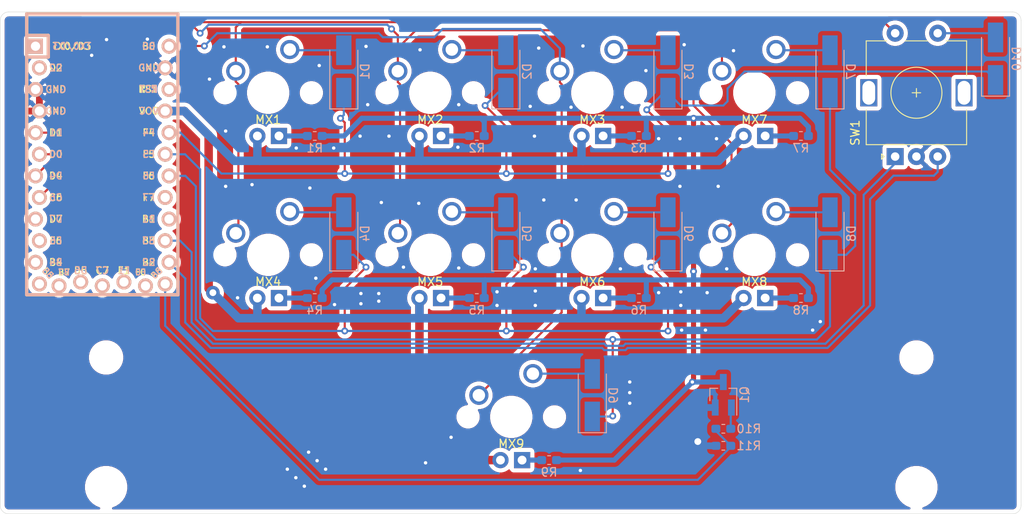
<source format=kicad_pcb>
(kicad_pcb (version 20171130) (host pcbnew "(5.1.6)-1")
  (layers (0 F.Cu signal) (31 B.Cu signal) (35 F.Paste user) (36 B.SilkS user) (37 F.SilkS user) (38 B.Mask user) (39 F.Mask user) (44 Edge.Cuts user))
  (net 0 "")
  (net 1 "Net-(D1-Pad2)")
  (net 2 R0)
  (net 3 "Net-(D2-Pad2)")
  (net 4 "Net-(D3-Pad2)")
  (net 5 "Net-(D4-Pad2)")
  (net 6 R1)
  (net 7 "Net-(D5-Pad2)")
  (net 8 "Net-(D6-Pad2)")
  (net 9 "Net-(D7-Pad2)")
  (net 10 R2)
  (net 11 "Net-(D8-Pad2)")
  (net 12 "Net-(D9-Pad2)")
  (net 13 "Net-(MX1-Pad4)")
  (net 14 +5V)
  (net 15 C0)
  (net 16 "Net-(MX2-Pad4)")
  (net 17 C1)
  (net 18 "Net-(MX3-Pad4)")
  (net 19 C2)
  (net 20 "Net-(MX4-Pad4)")
  (net 21 "Net-(MX5-Pad4)")
  (net 22 "Net-(MX6-Pad4)")
  (net 23 "Net-(MX7-Pad4)")
  (net 24 "Net-(MX8-Pad4)")
  (net 25 "Net-(MX9-Pad4)")
  (net 26 "Net-(Q1-Pad3)")
  (net 27 GND)
  (net 28 "Net-(Q1-Pad1)")
  (net 29 backlight)
  (net 30 "Net-(U1-Pad25)")
  (net 31 "Net-(U1-Pad26)")
  (net 32 "Net-(U1-Pad27)")
  (net 33 "Net-(U1-Pad28)")
  (net 34 "Net-(U1-Pad29)")
  (net 35 "Net-(U1-Pad24)")
  (net 36 "Net-(U1-Pad12)")
  (net 37 "Net-(U1-Pad22)")
  (net 38 "Net-(U1-Pad17)")
  (net 39 "Net-(U1-Pad16)")
  (net 40 "Net-(U1-Pad11)")
  (net 41 "Net-(U1-Pad10)")
  (net 42 "Net-(U1-Pad9)")
  (net 43 "Net-(U1-Pad2)")
  (net 44 "Net-(U1-Pad1)")
  (net 45 "Net-(D10-Pad2)")
  (net 46 C3)
  (net 47 ENC_B)
  (net 48 ENC_A)
  (module Ai03-MX:MXOnly-6U-Centered (layer F.Cu) (at 219.075 101.6)
    (fp_text reference MX9 (at 0 3.175) (layer F.SilkS))
    (fp_text value MX-LED)
    (pad "" np_thru_hole circle (at 47.625 8.255) (size 3.9878 3.9878) (drill 3.9878) (layers *.Cu *.Mask))
    (pad "" np_thru_hole circle (at -47.625 8.255) (size 3.9878 3.9878) (drill 3.9878) (layers *.Cu *.Mask))
    (pad "" np_thru_hole circle (at 47.625 -6.985) (size 3.048 3.048) (drill 3.048) (layers *.Cu *.Mask))
    (pad "" np_thru_hole circle (at -47.625 -6.985) (size 3.048 3.048) (drill 3.048) (layers *.Cu *.Mask))
    (pad "" np_thru_hole circle (at 5.08 0 48.0996) (size 1.75 1.75) (drill 1.75) (layers *.Cu *.Mask))
    (pad "" np_thru_hole circle (at -5.08 0 48.0996) (size 1.75 1.75) (drill 1.75) (layers *.Cu *.Mask))
    (pad 3 thru_hole circle (at -1.27 5.08) (size 1.905 1.905) (drill 1.04) (layers *.Cu B.Mask) (net 14 +5V))
    (pad 4 thru_hole rect (at 1.27 5.08) (size 1.905 1.905) (drill 1.04) (layers *.Cu B.Mask) (net 25 "Net-(MX9-Pad4)"))
    (pad 1 thru_hole circle (at -3.81 -2.54) (size 2.25 2.25) (drill 1.47) (layers *.Cu B.Mask) (net 19 C2))
    (pad "" np_thru_hole circle (at 0 0) (size 3.9878 3.9878) (drill 3.9878) (layers *.Cu *.Mask))
    (pad 2 thru_hole circle (at 2.54 -5.08) (size 2.25 2.25) (drill 1.47) (layers *.Cu B.Mask) (net 12 "Net-(D9-Pad2)"))
  )
  (module Keebio-Parts:RotaryEncoder_Alps_EC11E-Switch_Vertical_H20mm (layer F.Cu) (at 266.7 63.5 90)
    (fp_text reference SW1 (at -4.7 -7.2 90) (layer F.SilkS))
    (fp_text value Rotary_Encoder_Switch)
    (pad S1 thru_hole circle (at 7 2.5 90) (size 2 2) (drill 1) (layers *.Cu *.Mask) (net 45 "Net-(D10-Pad2)"))
    (pad S2 thru_hole circle (at 7 -2.5 90) (size 2 2) (drill 1) (layers *.Cu *.Mask) (net 46 C3))
    (pad MP thru_hole rect (at 0 5.6 90) (size 3.2 2) (drill oval 2.8 1.5) (layers *.Cu *.Mask))
    (pad MP thru_hole rect (at 0 -5.6 90) (size 3.2 2) (drill oval 2.8 1.5) (layers *.Cu *.Mask))
    (pad B thru_hole circle (at -7.5 2.5 90) (size 2 2) (drill 1) (layers *.Cu *.Mask) (net 47 ENC_B))
    (pad C thru_hole circle (at -7.5 0 90) (size 2 2) (drill 1) (layers *.Cu *.Mask) (net 27 GND))
    (pad A thru_hole rect (at -7.5 -2.5 90) (size 2 2) (drill 1) (layers *.Cu *.Mask) (net 48 ENC_A))
  )
  (module Diode_SMD:D_SMA_Handsoldering (layer B.Cu) (at 276 59.5 90)
    (fp_text reference D10 (at 0 2.5 90) (layer B.SilkS) (effects (justify mirror)))
    (fp_text value D_Small)
    (pad 2 smd rect (at 2.5 0 90) (size 3.5 1.8) (layers B.Cu B.Paste B.Mask) (net 45 "Net-(D10-Pad2)"))
    (pad 1 smd rect (at -2.5 0 90) (size 3.5 1.8) (layers B.Cu B.Paste B.Mask) (net 2 R0))
  )
  (module Personal_Graphics:kiwi12.5mm (layer F.Cu) (at 270.05 82.5)
    (fp_text reference G*** hide)
    (fp_text value LOGO hide)
  )
  (module Personal_Graphics:kiwi12.5mm (layer B.Cu) (at 266.05 82.5 180)
    (fp_text reference G*** hide)
    (fp_text value LOGO hide)
  )
  (module Ai03-MX:MXOnly-1U (layer F.Cu) (at 190.5 82.55)
    (fp_text reference MX4 (at 0 3.175) (layer F.SilkS))
    (fp_text value MX-LED)
    (pad 2 thru_hole circle (at 2.54 -5.08) (size 2.25 2.25) (drill 1.47) (layers *.Cu B.Mask) (net 5 "Net-(D4-Pad2)"))
    (pad "" np_thru_hole circle (at 0 0) (size 3.9878 3.9878) (drill 3.9878) (layers *.Cu *.Mask))
    (pad 1 thru_hole circle (at -3.81 -2.54) (size 2.25 2.25) (drill 1.47) (layers *.Cu B.Mask) (net 15 C0))
    (pad 3 thru_hole circle (at -1.27 5.08) (size 1.905 1.905) (drill 1.04) (layers *.Cu B.Mask) (net 14 +5V))
    (pad 4 thru_hole rect (at 1.27 5.08) (size 1.905 1.905) (drill 1.04) (layers *.Cu B.Mask) (net 20 "Net-(MX4-Pad4)"))
    (pad "" np_thru_hole circle (at -5.08 0 48.0996) (size 1.75 1.75) (drill 1.75) (layers *.Cu *.Mask))
    (pad "" np_thru_hole circle (at 5.08 0 48.0996) (size 1.75 1.75) (drill 1.75) (layers *.Cu *.Mask))
  )
  (module Resistor_SMD:R_0603_1608Metric_Pad1.05x0.95mm_HandSolder (layer B.Cu) (at 244 105)
    (fp_text reference R11 (at 3 0) (layer B.SilkS) (effects (justify mirror)))
    (fp_text value 10k)
    (pad 2 smd roundrect (at 0.875 0) (size 1.05 0.95) (layers B.Cu B.Paste B.Mask) (net 29 backlight))
    (pad 1 smd roundrect (at -0.875 0) (size 1.05 0.95) (layers B.Cu B.Paste B.Mask) (net 27 GND))
  )
  (module Resistor_SMD:R_0603_1608Metric_Pad1.05x0.95mm_HandSolder (layer B.Cu) (at 244 103 180)
    (fp_text reference R10 (at -3 0) (layer B.SilkS) (effects (justify mirror)))
    (fp_text value 1k)
    (pad 2 smd roundrect (at 0.875 0 180) (size 1.05 0.95) (layers B.Cu B.Paste B.Mask) (net 29 backlight))
    (pad 1 smd roundrect (at -0.875 0 180) (size 1.05 0.95) (layers B.Cu B.Paste B.Mask) (net 28 "Net-(Q1-Pad1)"))
  )
  (module Resistor_SMD:R_0603_1608Metric_Pad1.05x0.95mm_HandSolder (layer B.Cu) (at 223.52 106.68)
    (fp_text reference R9 (at 0 1.43) (layer B.SilkS) (effects (justify mirror)))
    (fp_text value R_Small)
    (pad 2 smd roundrect (at 0.875 0) (size 1.05 0.95) (layers B.Cu B.Paste B.Mask) (net 26 "Net-(Q1-Pad3)"))
    (pad 1 smd roundrect (at -0.875 0) (size 1.05 0.95) (layers B.Cu B.Paste B.Mask) (net 25 "Net-(MX9-Pad4)"))
  )
  (module Resistor_SMD:R_0603_1608Metric_Pad1.05x0.95mm_HandSolder (layer B.Cu) (at 253.125 87.63)
    (fp_text reference R8 (at 0 1.43) (layer B.SilkS) (effects (justify mirror)))
    (fp_text value R_Small)
    (pad 1 smd roundrect (at -0.875 0) (size 1.05 0.95) (layers B.Cu B.Paste B.Mask) (net 24 "Net-(MX8-Pad4)"))
    (pad 2 smd roundrect (at 0.875 0) (size 1.05 0.95) (layers B.Cu B.Paste B.Mask) (net 26 "Net-(Q1-Pad3)"))
  )
  (module Resistor_SMD:R_0603_1608Metric_Pad1.05x0.95mm_HandSolder (layer B.Cu) (at 234.075 87.63)
    (fp_text reference R6 (at 0 1.43) (layer B.SilkS) (effects (justify mirror)))
    (fp_text value R_Small)
    (pad 1 smd roundrect (at -0.875 0) (size 1.05 0.95) (layers B.Cu B.Paste B.Mask) (net 22 "Net-(MX6-Pad4)"))
    (pad 2 smd roundrect (at 0.875 0) (size 1.05 0.95) (layers B.Cu B.Paste B.Mask) (net 26 "Net-(Q1-Pad3)"))
  )
  (module Resistor_SMD:R_0603_1608Metric_Pad1.05x0.95mm_HandSolder (layer B.Cu) (at 215.025 87.63)
    (fp_text reference R5 (at 0 1.43) (layer B.SilkS) (effects (justify mirror)))
    (fp_text value R_Small)
    (pad 1 smd roundrect (at -0.875 0) (size 1.05 0.95) (layers B.Cu B.Paste B.Mask) (net 21 "Net-(MX5-Pad4)"))
    (pad 2 smd roundrect (at 0.875 0) (size 1.05 0.95) (layers B.Cu B.Paste B.Mask) (net 26 "Net-(Q1-Pad3)"))
  )
  (module Resistor_SMD:R_0603_1608Metric_Pad1.05x0.95mm_HandSolder (layer B.Cu) (at 195.975 87.63)
    (fp_text reference R4 (at 0 1.43) (layer B.SilkS) (effects (justify mirror)))
    (fp_text value R_Small)
    (pad 1 smd roundrect (at -0.875 0) (size 1.05 0.95) (layers B.Cu B.Paste B.Mask) (net 20 "Net-(MX4-Pad4)"))
    (pad 2 smd roundrect (at 0.875 0) (size 1.05 0.95) (layers B.Cu B.Paste B.Mask) (net 26 "Net-(Q1-Pad3)"))
  )
  (module Resistor_SMD:R_0603_1608Metric_Pad1.05x0.95mm_HandSolder (layer B.Cu) (at 253.125 68.58)
    (fp_text reference R7 (at 0 1.43) (layer B.SilkS) (effects (justify mirror)))
    (fp_text value R_Small)
    (pad 1 smd roundrect (at -0.875 0) (size 1.05 0.95) (layers B.Cu B.Paste B.Mask) (net 23 "Net-(MX7-Pad4)"))
    (pad 2 smd roundrect (at 0.875 0) (size 1.05 0.95) (layers B.Cu B.Paste B.Mask) (net 26 "Net-(Q1-Pad3)"))
  )
  (module Resistor_SMD:R_0603_1608Metric_Pad1.05x0.95mm_HandSolder (layer B.Cu) (at 234.075 68.58)
    (fp_text reference R3 (at 0 1.43) (layer B.SilkS) (effects (justify mirror)))
    (fp_text value R_Small)
    (pad 1 smd roundrect (at -0.875 0) (size 1.05 0.95) (layers B.Cu B.Paste B.Mask) (net 18 "Net-(MX3-Pad4)"))
    (pad 2 smd roundrect (at 0.875 0) (size 1.05 0.95) (layers B.Cu B.Paste B.Mask) (net 26 "Net-(Q1-Pad3)"))
  )
  (module Resistor_SMD:R_0603_1608Metric_Pad1.05x0.95mm_HandSolder (layer B.Cu) (at 215.025 68.58)
    (fp_text reference R2 (at 0 1.43) (layer B.SilkS) (effects (justify mirror)))
    (fp_text value R_Small)
    (pad 1 smd roundrect (at -0.875 0) (size 1.05 0.95) (layers B.Cu B.Paste B.Mask) (net 16 "Net-(MX2-Pad4)"))
    (pad 2 smd roundrect (at 0.875 0) (size 1.05 0.95) (layers B.Cu B.Paste B.Mask) (net 26 "Net-(Q1-Pad3)"))
  )
  (module Resistor_SMD:R_0603_1608Metric_Pad1.05x0.95mm_HandSolder (layer B.Cu) (at 195.975 68.58)
    (fp_text reference R1 (at 0 1.43) (layer B.SilkS) (effects (justify mirror)))
    (fp_text value R_Small)
    (pad 2 smd roundrect (at 0.875 0) (size 1.05 0.95) (layers B.Cu B.Paste B.Mask) (net 26 "Net-(Q1-Pad3)"))
    (pad 1 smd roundrect (at -0.875 0) (size 1.05 0.95) (layers B.Cu B.Paste B.Mask) (net 13 "Net-(MX1-Pad4)"))
  )
  (module Diode_SMD:D_SMA_Handsoldering (layer B.Cu) (at 256.54 80.05 90)
    (fp_text reference D8 (at 0 2.5 270) (layer B.SilkS) (effects (justify mirror)))
    (fp_text value D_Small)
    (pad 2 smd rect (at 2.5 0 90) (size 3.5 1.8) (layers B.Cu B.Paste B.Mask) (net 11 "Net-(D8-Pad2)"))
    (pad 1 smd rect (at -2.5 0 90) (size 3.5 1.8) (layers B.Cu B.Paste B.Mask) (net 10 R2))
  )
  (module Diode_SMD:D_SMA_Handsoldering (layer B.Cu) (at 237.49 80.05 90)
    (fp_text reference D6 (at 0 2.5 270) (layer B.SilkS) (effects (justify mirror)))
    (fp_text value D_Small)
    (pad 2 smd rect (at 2.5 0 90) (size 3.5 1.8) (layers B.Cu B.Paste B.Mask) (net 8 "Net-(D6-Pad2)"))
    (pad 1 smd rect (at -2.5 0 90) (size 3.5 1.8) (layers B.Cu B.Paste B.Mask) (net 6 R1))
  )
  (module Diode_SMD:D_SMA_Handsoldering (layer B.Cu) (at 218.44 80.05 90)
    (fp_text reference D5 (at 0 2.5 270) (layer B.SilkS) (effects (justify mirror)))
    (fp_text value D_Small)
    (pad 2 smd rect (at 2.5 0 90) (size 3.5 1.8) (layers B.Cu B.Paste B.Mask) (net 7 "Net-(D5-Pad2)"))
    (pad 1 smd rect (at -2.5 0 90) (size 3.5 1.8) (layers B.Cu B.Paste B.Mask) (net 6 R1))
  )
  (module Diode_SMD:D_SMA_Handsoldering (layer B.Cu) (at 199.39 80.05 90)
    (fp_text reference D4 (at 0 2.5 270) (layer B.SilkS) (effects (justify mirror)))
    (fp_text value D_Small)
    (pad 2 smd rect (at 2.5 0 90) (size 3.5 1.8) (layers B.Cu B.Paste B.Mask) (net 5 "Net-(D4-Pad2)"))
    (pad 1 smd rect (at -2.5 0 90) (size 3.5 1.8) (layers B.Cu B.Paste B.Mask) (net 6 R1))
  )
  (module Diode_SMD:D_SMA_Handsoldering (layer B.Cu) (at 256.54 61 90)
    (fp_text reference D7 (at 0 2.5 270) (layer B.SilkS) (effects (justify mirror)))
    (fp_text value D_Small)
    (pad 2 smd rect (at 2.5 0 90) (size 3.5 1.8) (layers B.Cu B.Paste B.Mask) (net 9 "Net-(D7-Pad2)"))
    (pad 1 smd rect (at -2.5 0 90) (size 3.5 1.8) (layers B.Cu B.Paste B.Mask) (net 10 R2))
  )
  (module Diode_SMD:D_SMA_Handsoldering (layer B.Cu) (at 237.49 61 90)
    (fp_text reference D3 (at 0 2.5 -90) (layer B.SilkS) (effects (justify mirror)))
    (fp_text value D_Small)
    (pad 2 smd rect (at 2.5 0 90) (size 3.5 1.8) (layers B.Cu B.Paste B.Mask) (net 4 "Net-(D3-Pad2)"))
    (pad 1 smd rect (at -2.5 0 90) (size 3.5 1.8) (layers B.Cu B.Paste B.Mask) (net 2 R0))
  )
  (module Diode_SMD:D_SMA_Handsoldering (layer B.Cu) (at 218.44 61 90)
    (fp_text reference D2 (at 0 2.5 270) (layer B.SilkS) (effects (justify mirror)))
    (fp_text value D_Small)
    (pad 2 smd rect (at 2.5 0 90) (size 3.5 1.8) (layers B.Cu B.Paste B.Mask) (net 3 "Net-(D2-Pad2)"))
    (pad 1 smd rect (at -2.5 0 90) (size 3.5 1.8) (layers B.Cu B.Paste B.Mask) (net 2 R0))
  )
  (module Diode_SMD:D_SMA_Handsoldering (layer B.Cu) (at 199.39 61 90)
    (fp_text reference D1 (at 0 2.5 270) (layer B.SilkS) (effects (justify mirror)))
    (fp_text value D_Small)
    (pad 1 smd rect (at -2.5 0 90) (size 3.5 1.8) (layers B.Cu B.Paste B.Mask) (net 2 R0))
    (pad 2 smd rect (at 2.5 0 90) (size 3.5 1.8) (layers B.Cu B.Paste B.Mask) (net 1 "Net-(D1-Pad2)"))
  )
  (module Ai03-MX:MXOnly-1U (layer F.Cu) (at 247.65 82.55)
    (fp_text reference MX8 (at 0 3.175) (layer F.SilkS))
    (fp_text value MX-LED)
    (pad 2 thru_hole circle (at 2.54 -5.08) (size 2.25 2.25) (drill 1.47) (layers *.Cu B.Mask) (net 11 "Net-(D8-Pad2)"))
    (pad "" np_thru_hole circle (at 0 0) (size 3.9878 3.9878) (drill 3.9878) (layers *.Cu *.Mask))
    (pad 1 thru_hole circle (at -3.81 -2.54) (size 2.25 2.25) (drill 1.47) (layers *.Cu B.Mask) (net 17 C1))
    (pad 3 thru_hole circle (at -1.27 5.08) (size 1.905 1.905) (drill 1.04) (layers *.Cu B.Mask) (net 14 +5V))
    (pad 4 thru_hole rect (at 1.27 5.08) (size 1.905 1.905) (drill 1.04) (layers *.Cu B.Mask) (net 24 "Net-(MX8-Pad4)"))
    (pad "" np_thru_hole circle (at -5.08 0 48.0996) (size 1.75 1.75) (drill 1.75) (layers *.Cu *.Mask))
    (pad "" np_thru_hole circle (at 5.08 0 48.0996) (size 1.75 1.75) (drill 1.75) (layers *.Cu *.Mask))
  )
  (module Ai03-MX:MXOnly-1U (layer F.Cu) (at 228.6 82.55)
    (fp_text reference MX6 (at 0 3.175) (layer F.SilkS))
    (fp_text value MX-LED)
    (pad 2 thru_hole circle (at 2.54 -5.08) (size 2.25 2.25) (drill 1.47) (layers *.Cu B.Mask) (net 8 "Net-(D6-Pad2)"))
    (pad "" np_thru_hole circle (at 0 0) (size 3.9878 3.9878) (drill 3.9878) (layers *.Cu *.Mask))
    (pad 1 thru_hole circle (at -3.81 -2.54) (size 2.25 2.25) (drill 1.47) (layers *.Cu B.Mask) (net 19 C2))
    (pad 3 thru_hole circle (at -1.27 5.08) (size 1.905 1.905) (drill 1.04) (layers *.Cu B.Mask) (net 14 +5V))
    (pad 4 thru_hole rect (at 1.27 5.08) (size 1.905 1.905) (drill 1.04) (layers *.Cu B.Mask) (net 22 "Net-(MX6-Pad4)"))
    (pad "" np_thru_hole circle (at -5.08 0 48.0996) (size 1.75 1.75) (drill 1.75) (layers *.Cu *.Mask))
    (pad "" np_thru_hole circle (at 5.08 0 48.0996) (size 1.75 1.75) (drill 1.75) (layers *.Cu *.Mask))
  )
  (module Ai03-MX:MXOnly-1U (layer F.Cu) (at 209.55 82.55)
    (fp_text reference MX5 (at 0 3.175) (layer F.SilkS))
    (fp_text value MX-LED)
    (pad 2 thru_hole circle (at 2.54 -5.08) (size 2.25 2.25) (drill 1.47) (layers *.Cu B.Mask) (net 7 "Net-(D5-Pad2)"))
    (pad "" np_thru_hole circle (at 0 0) (size 3.9878 3.9878) (drill 3.9878) (layers *.Cu *.Mask))
    (pad 1 thru_hole circle (at -3.81 -2.54) (size 2.25 2.25) (drill 1.47) (layers *.Cu B.Mask) (net 17 C1))
    (pad 3 thru_hole circle (at -1.27 5.08) (size 1.905 1.905) (drill 1.04) (layers *.Cu B.Mask) (net 14 +5V))
    (pad 4 thru_hole rect (at 1.27 5.08) (size 1.905 1.905) (drill 1.04) (layers *.Cu B.Mask) (net 21 "Net-(MX5-Pad4)"))
    (pad "" np_thru_hole circle (at -5.08 0 48.0996) (size 1.75 1.75) (drill 1.75) (layers *.Cu *.Mask))
    (pad "" np_thru_hole circle (at 5.08 0 48.0996) (size 1.75 1.75) (drill 1.75) (layers *.Cu *.Mask))
  )
  (module Ai03-MX:MXOnly-1U (layer F.Cu) (at 247.65 63.5)
    (fp_text reference MX7 (at 0 3.175) (layer F.SilkS))
    (fp_text value MX-LED)
    (pad 2 thru_hole circle (at 2.54 -5.08) (size 2.25 2.25) (drill 1.47) (layers *.Cu B.Mask) (net 9 "Net-(D7-Pad2)"))
    (pad "" np_thru_hole circle (at 0 0) (size 3.9878 3.9878) (drill 3.9878) (layers *.Cu *.Mask))
    (pad 1 thru_hole circle (at -3.81 -2.54) (size 2.25 2.25) (drill 1.47) (layers *.Cu B.Mask) (net 15 C0))
    (pad 3 thru_hole circle (at -1.27 5.08) (size 1.905 1.905) (drill 1.04) (layers *.Cu B.Mask) (net 14 +5V))
    (pad 4 thru_hole rect (at 1.27 5.08) (size 1.905 1.905) (drill 1.04) (layers *.Cu B.Mask) (net 23 "Net-(MX7-Pad4)"))
    (pad "" np_thru_hole circle (at -5.08 0 48.0996) (size 1.75 1.75) (drill 1.75) (layers *.Cu *.Mask))
    (pad "" np_thru_hole circle (at 5.08 0 48.0996) (size 1.75 1.75) (drill 1.75) (layers *.Cu *.Mask))
  )
  (module Ai03-MX:MXOnly-1U (layer F.Cu) (at 228.6 63.5)
    (fp_text reference MX3 (at 0 3.175) (layer F.SilkS))
    (fp_text value MX-LED)
    (pad 2 thru_hole circle (at 2.54 -5.08) (size 2.25 2.25) (drill 1.47) (layers *.Cu B.Mask) (net 4 "Net-(D3-Pad2)"))
    (pad "" np_thru_hole circle (at 0 0) (size 3.9878 3.9878) (drill 3.9878) (layers *.Cu *.Mask))
    (pad 1 thru_hole circle (at -3.81 -2.54) (size 2.25 2.25) (drill 1.47) (layers *.Cu B.Mask) (net 19 C2))
    (pad 3 thru_hole circle (at -1.27 5.08) (size 1.905 1.905) (drill 1.04) (layers *.Cu B.Mask) (net 14 +5V))
    (pad 4 thru_hole rect (at 1.27 5.08) (size 1.905 1.905) (drill 1.04) (layers *.Cu B.Mask) (net 18 "Net-(MX3-Pad4)"))
    (pad "" np_thru_hole circle (at -5.08 0 48.0996) (size 1.75 1.75) (drill 1.75) (layers *.Cu *.Mask))
    (pad "" np_thru_hole circle (at 5.08 0 48.0996) (size 1.75 1.75) (drill 1.75) (layers *.Cu *.Mask))
  )
  (module Ai03-MX:MXOnly-1U (layer F.Cu) (at 209.55 63.5)
    (fp_text reference MX2 (at 0 3.175) (layer F.SilkS))
    (fp_text value MX-LED)
    (pad 2 thru_hole circle (at 2.54 -5.08) (size 2.25 2.25) (drill 1.47) (layers *.Cu B.Mask) (net 3 "Net-(D2-Pad2)"))
    (pad "" np_thru_hole circle (at 0 0) (size 3.9878 3.9878) (drill 3.9878) (layers *.Cu *.Mask))
    (pad 1 thru_hole circle (at -3.81 -2.54) (size 2.25 2.25) (drill 1.47) (layers *.Cu B.Mask) (net 17 C1))
    (pad 3 thru_hole circle (at -1.27 5.08) (size 1.905 1.905) (drill 1.04) (layers *.Cu B.Mask) (net 14 +5V))
    (pad 4 thru_hole rect (at 1.27 5.08) (size 1.905 1.905) (drill 1.04) (layers *.Cu B.Mask) (net 16 "Net-(MX2-Pad4)"))
    (pad "" np_thru_hole circle (at -5.08 0 48.0996) (size 1.75 1.75) (drill 1.75) (layers *.Cu *.Mask))
    (pad "" np_thru_hole circle (at 5.08 0 48.0996) (size 1.75 1.75) (drill 1.75) (layers *.Cu *.Mask))
  )
  (module Keebio-Parts:Elite-C-ZigZag (layer F.Cu) (at 171 72 270)
    (fp_text reference U1 hide)
    (fp_text value Elite-C hide)
    (fp_text user D5 (at 12.4 2.54) (layer B.SilkS) (effects (font (size 0.8 0.8)) (justify mirror)))
    (fp_text user D5 (at 12.4 2.54) (layer F.SilkS) (effects (font (size 0.8 0.8))))
    (fp_text user F1 (at 12.4 -2.54) (layer F.SilkS) (effects (font (size 0.8 0.8))))
    (fp_text user F1 (at 12.4 -2.54) (layer B.SilkS) (effects (font (size 0.8 0.8)) (justify mirror)))
    (fp_text user C7 (at 12.4 0) (layer B.SilkS) (effects (font (size 0.8 0.8)) (justify mirror)))
    (fp_text user C7 (at 12.4 0) (layer F.SilkS) (effects (font (size 0.8 0.8))))
    (fp_text user B6 (at 12.7 -6.4 45 unlocked) (layer B.SilkS) (effects (font (size 0.7 0.7)) (justify mirror)))
    (fp_text user B6 (at 12.7 -6.4 45 unlocked) (layer F.SilkS) (effects (font (size 0.7 0.7))))
    (fp_text user F0 (at 12.6 -4.5) (layer F.SilkS) (effects (font (size 0.7 0.7))))
    (fp_text user F0 (at 12.6 -4.5) (layer B.SilkS) (effects (font (size 0.7 0.7)) (justify mirror)))
    (fp_text user B7 (at 12.6 4.5) (layer B.SilkS) (effects (font (size 0.7 0.7)) (justify mirror)))
    (fp_text user B7 (at 12.6 4.5) (layer F.SilkS) (effects (font (size 0.7 0.7))))
    (fp_text user ST (at -8.91 -5.04) (layer B.SilkS) (effects (font (size 0.8 0.8)) (justify mirror)))
    (fp_text user TX0/D3 (at -13.97 3.571872) (layer F.SilkS) (effects (font (size 0.8 0.8))))
    (fp_text user TX0/D3 (at -13.97 3.571872) (layer B.SilkS) (effects (font (size 0.8 0.8)) (justify mirror)))
    (fp_text user D2 (at -11.43 5.461) (layer F.SilkS) (effects (font (size 0.8 0.8))))
    (fp_text user D0 (at -1.27 5.461) (layer F.SilkS) (effects (font (size 0.8 0.8))))
    (fp_text user D1 (at -3.81 5.461) (layer F.SilkS) (effects (font (size 0.8 0.8))))
    (fp_text user GND (at -6.35 5.461) (layer F.SilkS) (effects (font (size 0.8 0.8))))
    (fp_text user GND (at -8.89 5.461) (layer F.SilkS) (effects (font (size 0.8 0.8))))
    (fp_text user D4 (at 1.27 5.461) (layer F.SilkS) (effects (font (size 0.8 0.8))))
    (fp_text user C6 (at 3.81 5.461) (layer F.SilkS) (effects (font (size 0.8 0.8))))
    (fp_text user D7 (at 6.35 5.461) (layer F.SilkS) (effects (font (size 0.8 0.8))))
    (fp_text user E6 (at 8.89 5.461) (layer F.SilkS) (effects (font (size 0.8 0.8))))
    (fp_text user B4 (at 11.43 5.461) (layer F.SilkS) (effects (font (size 0.8 0.8))))
    (fp_text user B5 (at 12.7 6.4 135) (layer F.SilkS) (effects (font (size 0.7 0.7))))
    (fp_text user B2 (at 11.43 -5.461) (layer B.SilkS) (effects (font (size 0.8 0.8)) (justify mirror)))
    (fp_text user B3 (at 8.89 -5.461) (layer F.SilkS) (effects (font (size 0.8 0.8))))
    (fp_text user B1 (at 6.35 -5.461) (layer F.SilkS) (effects (font (size 0.8 0.8))))
    (fp_text user F7 (at 3.81 -5.461) (layer B.SilkS) (effects (font (size 0.8 0.8)) (justify mirror)))
    (fp_text user F6 (at 1.27 -5.461) (layer B.SilkS) (effects (font (size 0.8 0.8)) (justify mirror)))
    (fp_text user F5 (at -1.27 -5.461) (layer B.SilkS) (effects (font (size 0.8 0.8)) (justify mirror)))
    (fp_text user F4 (at -3.81 -5.461) (layer F.SilkS) (effects (font (size 0.8 0.8))))
    (fp_text user VCC (at -6.35 -5.461) (layer F.SilkS) (effects (font (size 0.8 0.8))))
    (fp_text user ST (at -8.92 -5.73312) (layer F.SilkS) (effects (font (size 0.8 0.8))))
    (fp_text user GND (at -11.43 -5.461) (layer F.SilkS) (effects (font (size 0.8 0.8))))
    (fp_text user B0 (at -13.97 -5.461) (layer F.SilkS) (effects (font (size 0.8 0.8))))
    (fp_text user B0 (at -13.97 -5.461) (layer B.SilkS) (effects (font (size 0.8 0.8)) (justify mirror)))
    (fp_text user GND (at -11.43 -5.461) (layer B.SilkS) (effects (font (size 0.8 0.8)) (justify mirror)))
    (fp_text user VCC (at -6.35 -5.461) (layer B.SilkS) (effects (font (size 0.8 0.8)) (justify mirror)))
    (fp_text user F4 (at -3.81 -5.461) (layer B.SilkS) (effects (font (size 0.8 0.8)) (justify mirror)))
    (fp_text user F5 (at -1.27 -5.461) (layer F.SilkS) (effects (font (size 0.8 0.8))))
    (fp_text user F6 (at 1.27 -5.461) (layer F.SilkS) (effects (font (size 0.8 0.8))))
    (fp_text user F7 (at 3.81 -5.461) (layer F.SilkS) (effects (font (size 0.8 0.8))))
    (fp_text user B1 (at 6.35 -5.461) (layer B.SilkS) (effects (font (size 0.8 0.8)) (justify mirror)))
    (fp_text user B3 (at 8.89 -5.461) (layer B.SilkS) (effects (font (size 0.8 0.8)) (justify mirror)))
    (fp_text user B2 (at 11.43 -5.461) (layer F.SilkS) (effects (font (size 0.8 0.8))))
    (fp_text user B5 (at 12.7 6.4 135) (layer B.SilkS) (effects (font (size 0.7 0.7)) (justify mirror)))
    (fp_text user B4 (at 11.43 5.461) (layer B.SilkS) (effects (font (size 0.8 0.8)) (justify mirror)))
    (fp_text user E6 (at 8.89 5.461) (layer B.SilkS) (effects (font (size 0.8 0.8)) (justify mirror)))
    (fp_text user D7 (at 6.35 5.461) (layer B.SilkS) (effects (font (size 0.8 0.8)) (justify mirror)))
    (fp_text user C6 (at 3.81 5.461) (layer B.SilkS) (effects (font (size 0.8 0.8)) (justify mirror)))
    (fp_text user D4 (at 1.27 5.461) (layer B.SilkS) (effects (font (size 0.8 0.8)) (justify mirror)))
    (fp_text user GND (at -8.89 5.461) (layer B.SilkS) (effects (font (size 0.8 0.8)) (justify mirror)))
    (fp_text user GND (at -6.35 5.461) (layer B.SilkS) (effects (font (size 0.8 0.8)) (justify mirror)))
    (fp_text user D1 (at -3.81 5.461) (layer B.SilkS) (effects (font (size 0.8 0.8)) (justify mirror)))
    (fp_text user D0 (at -1.27 5.461) (layer B.SilkS) (effects (font (size 0.8 0.8)) (justify mirror)))
    (fp_text user D2 (at -11.43 5.461) (layer B.SilkS) (effects (font (size 0.8 0.8)) (justify mirror)))
    (pad 25 thru_hole circle (at 14.1986 5.08 270) (size 1.7526 1.7526) (drill 1.0922) (layers *.Cu *.SilkS *.Mask) (net 30 "Net-(U1-Pad25)"))
    (pad 26 thru_hole circle (at 13.7414 2.54 270) (size 1.7526 1.7526) (drill 1.0922) (layers *.Cu *.SilkS *.Mask) (net 31 "Net-(U1-Pad26)"))
    (pad 27 thru_hole circle (at 14.1986 0 270) (size 1.7526 1.7526) (drill 1.0922) (layers *.Cu *.SilkS *.Mask) (net 32 "Net-(U1-Pad27)"))
    (pad 28 thru_hole circle (at 13.7414 -2.54 270) (size 1.7526 1.7526) (drill 1.0922) (layers *.Cu *.SilkS *.Mask) (net 33 "Net-(U1-Pad28)"))
    (pad 29 thru_hole circle (at 14.1986 -5.08 270) (size 1.7526 1.7526) (drill 1.0922) (layers *.Cu *.SilkS *.Mask) (net 34 "Net-(U1-Pad29)"))
    (pad 24 thru_hole circle (at -13.97 -7.8486 270) (size 1.7526 1.7526) (drill 1.0922) (layers *.Cu *.SilkS *.Mask) (net 35 "Net-(U1-Pad24)"))
    (pad 12 thru_hole circle (at 13.97 7.3914 270) (size 1.7526 1.7526) (drill 1.0922) (layers *.Cu *.SilkS *.Mask) (net 36 "Net-(U1-Pad12)"))
    (pad 23 thru_hole circle (at -11.43 -7.3914 270) (size 1.7526 1.7526) (drill 1.0922) (layers *.Cu *.SilkS *.Mask) (net 27 GND))
    (pad 22 thru_hole circle (at -8.89 -7.8486 270) (size 1.7526 1.7526) (drill 1.0922) (layers *.Cu *.SilkS *.Mask) (net 37 "Net-(U1-Pad22)"))
    (pad 21 thru_hole circle (at -6.35 -7.3914 270) (size 1.7526 1.7526) (drill 1.0922) (layers *.Cu *.SilkS *.Mask) (net 14 +5V))
    (pad 20 thru_hole circle (at -3.81 -7.8486 270) (size 1.7526 1.7526) (drill 1.0922) (layers *.Cu *.SilkS *.Mask) (net 2 R0))
    (pad 19 thru_hole circle (at -1.27 -7.3914 270) (size 1.7526 1.7526) (drill 1.0922) (layers *.Cu *.SilkS *.Mask) (net 6 R1))
    (pad 18 thru_hole circle (at 1.27 -7.8486 270) (size 1.7526 1.7526) (drill 1.0922) (layers *.Cu *.SilkS *.Mask) (net 10 R2))
    (pad 17 thru_hole circle (at 3.81 -7.3914 270) (size 1.7526 1.7526) (drill 1.0922) (layers *.Cu *.SilkS *.Mask) (net 38 "Net-(U1-Pad17)"))
    (pad 16 thru_hole circle (at 6.35 -7.8486 270) (size 1.7526 1.7526) (drill 1.0922) (layers *.Cu *.SilkS *.Mask) (net 39 "Net-(U1-Pad16)"))
    (pad 15 thru_hole circle (at 8.89 -7.3914 270) (size 1.7526 1.7526) (drill 1.0922) (layers *.Cu *.SilkS *.Mask) (net 48 ENC_A))
    (pad 14 thru_hole circle (at 11.43 -7.8486 270) (size 1.7526 1.7526) (drill 1.0922) (layers *.Cu *.SilkS *.Mask) (net 47 ENC_B))
    (pad 13 thru_hole circle (at 13.97 -7.3914 270) (size 1.7526 1.7526) (drill 1.0922) (layers *.Cu *.SilkS *.Mask) (net 29 backlight))
    (pad 11 thru_hole circle (at 11.43 7.8486 270) (size 1.7526 1.7526) (drill 1.0922) (layers *.Cu *.SilkS *.Mask) (net 40 "Net-(U1-Pad11)"))
    (pad 10 thru_hole circle (at 8.89 7.3914 270) (size 1.7526 1.7526) (drill 1.0922) (layers *.Cu *.SilkS *.Mask) (net 41 "Net-(U1-Pad10)"))
    (pad 9 thru_hole circle (at 6.35 7.8486 270) (size 1.7526 1.7526) (drill 1.0922) (layers *.Cu *.SilkS *.Mask) (net 42 "Net-(U1-Pad9)"))
    (pad 8 thru_hole circle (at 3.81 7.3914 270) (size 1.7526 1.7526) (drill 1.0922) (layers *.Cu *.SilkS *.Mask) (net 19 C2))
    (pad 7 thru_hole circle (at 1.27 7.8486 270) (size 1.7526 1.7526) (drill 1.0922) (layers *.Cu *.SilkS *.Mask) (net 17 C1))
    (pad 6 thru_hole circle (at -1.27 7.3914 270) (size 1.7526 1.7526) (drill 1.0922) (layers *.Cu *.SilkS *.Mask) (net 15 C0))
    (pad 5 thru_hole circle (at -3.81 7.8486 270) (size 1.7526 1.7526) (drill 1.0922) (layers *.Cu *.SilkS *.Mask) (net 46 C3))
    (pad 4 thru_hole circle (at -6.35 7.3914 270) (size 1.7526 1.7526) (drill 1.0922) (layers *.Cu *.SilkS *.Mask) (net 27 GND))
    (pad 3 thru_hole circle (at -8.89 7.8486 270) (size 1.7526 1.7526) (drill 1.0922) (layers *.Cu *.SilkS *.Mask) (net 27 GND))
    (pad 2 thru_hole circle (at -11.43 7.3914 270) (size 1.7526 1.7526) (drill 1.0922) (layers *.Cu *.SilkS *.Mask) (net 43 "Net-(U1-Pad2)"))
    (pad 1 thru_hole rect (at -13.97 7.8486 270) (size 1.7526 1.7526) (drill 1.0922) (layers *.Cu *.SilkS *.Mask) (net 44 "Net-(U1-Pad1)"))
  )
  (module Package_TO_SOT_SMD:SOT-23_Handsoldering (layer B.Cu) (at 244 99 90)
    (fp_text reference Q1 (at 0 2.5 270) (layer B.SilkS) (effects (justify mirror)))
    (fp_text value Q_NMOS_GSD)
    (pad 3 smd rect (at 1.5 0 90) (size 1.9 0.8) (layers B.Cu B.Paste B.Mask) (net 26 "Net-(Q1-Pad3)"))
    (pad 2 smd rect (at -1.5 -0.95 90) (size 1.9 0.8) (layers B.Cu B.Paste B.Mask) (net 27 GND))
    (pad 1 smd rect (at -1.5 0.95 90) (size 1.9 0.8) (layers B.Cu B.Paste B.Mask) (net 28 "Net-(Q1-Pad1)"))
  )
  (module Ai03-MX:MXOnly-1U (layer F.Cu) (at 190.5 63.5)
    (fp_text reference MX1 (at 0 3.175) (layer F.SilkS))
    (fp_text value MX-LED)
    (pad "" np_thru_hole circle (at 5.08 0 48.0996) (size 1.75 1.75) (drill 1.75) (layers *.Cu *.Mask))
    (pad "" np_thru_hole circle (at -5.08 0 48.0996) (size 1.75 1.75) (drill 1.75) (layers *.Cu *.Mask))
    (pad 4 thru_hole rect (at 1.27 5.08) (size 1.905 1.905) (drill 1.04) (layers *.Cu B.Mask) (net 13 "Net-(MX1-Pad4)"))
    (pad 3 thru_hole circle (at -1.27 5.08) (size 1.905 1.905) (drill 1.04) (layers *.Cu B.Mask) (net 14 +5V))
    (pad 1 thru_hole circle (at -3.81 -2.54) (size 2.25 2.25) (drill 1.47) (layers *.Cu B.Mask) (net 15 C0))
    (pad "" np_thru_hole circle (at 0 0) (size 3.9878 3.9878) (drill 3.9878) (layers *.Cu *.Mask))
    (pad 2 thru_hole circle (at 2.54 -5.08) (size 2.25 2.25) (drill 1.47) (layers *.Cu B.Mask) (net 1 "Net-(D1-Pad2)"))
  )
  (module Diode_SMD:D_SMA_Handsoldering (layer B.Cu) (at 228.6 99.06 90)
    (fp_text reference D9 (at 0 2.5 270) (layer B.SilkS) (effects (justify mirror)))
    (fp_text value D_Small)
    (pad 2 smd rect (at 2.5 0 90) (size 3.5 1.8) (layers B.Cu B.Paste B.Mask) (net 12 "Net-(D9-Pad2)"))
    (pad 1 smd rect (at -2.5 0 90) (size 3.5 1.8) (layers B.Cu B.Paste B.Mask) (net 10 R2))
  )
  (gr_arc (start 160 55) (end 160 54) (angle -90) (layer Edge.Cuts) (width 0.05))
  (gr_arc (start 160 112) (end 159 112) (angle -90) (layer Edge.Cuts) (width 0.05))
  (gr_arc (start 278 112) (end 278 113) (angle -90) (layer Edge.Cuts) (width 0.05))
  (gr_arc (start 278 55) (end 279 55) (angle -90) (layer Edge.Cuts) (width 0.05))
  (gr_line (start 160 54) (end 278 54) (layer Edge.Cuts) (width 0.05))
  (gr_line (start 279 112) (end 279 55) (layer Edge.Cuts) (width 0.05))
  (gr_line (start 160 113) (end 278 113) (layer Edge.Cuts) (width 0.05))
  (gr_line (start 159 55) (end 159 112) (layer Edge.Cuts) (width 0.05))
  (segment (start 193.12 58.5) (end 193.04 58.42) (width 0.25) (layer B.Cu) (net 1))
  (segment (start 199.39 58.5) (end 193.12 58.5) (width 0.25) (layer B.Cu) (net 1))
  (via (at 199.5 73) (size 0.8) (drill 0.4) (layers F.Cu B.Cu) (net 2))
  (segment (start 199.39 72.89) (end 199.5 73) (width 0.25) (layer F.Cu) (net 2))
  (via (at 218.5 73) (size 0.8) (drill 0.4) (layers F.Cu B.Cu) (net 2))
  (segment (start 199.5 73) (end 218.5 73) (width 0.25) (layer B.Cu) (net 2))
  (segment (start 218.5 63.56) (end 218.44 63.5) (width 0.25) (layer F.Cu) (net 2))
  (via (at 237.5 73) (size 0.8) (drill 0.4) (layers F.Cu B.Cu) (net 2))
  (segment (start 218.5 73) (end 237.5 73) (width 0.25) (layer B.Cu) (net 2))
  (segment (start 199.5 73) (end 185 73) (width 0.25) (layer B.Cu) (net 2))
  (segment (start 180.19 68.19) (end 178.8486 68.19) (width 0.25) (layer B.Cu) (net 2))
  (segment (start 185 73) (end 180.19 68.19) (width 0.25) (layer B.Cu) (net 2))
  (via (at 199 66.5) (size 0.8) (drill 0.4) (layers F.Cu B.Cu) (net 2))
  (segment (start 199.39 63.5) (end 199.39 66.11) (width 0.25) (layer B.Cu) (net 2))
  (segment (start 199.39 66.11) (end 199 66.5) (width 0.25) (layer B.Cu) (net 2))
  (segment (start 199.5 67) (end 199.5 73) (width 0.25) (layer F.Cu) (net 2))
  (segment (start 199 66.5) (end 199.5 67) (width 0.25) (layer F.Cu) (net 2))
  (via (at 235 65.5) (size 0.8) (drill 0.4) (layers F.Cu B.Cu) (net 2))
  (segment (start 237.5 73) (end 237.5 68) (width 0.25) (layer F.Cu) (net 2))
  (segment (start 237.5 68) (end 235 65.5) (width 0.25) (layer F.Cu) (net 2))
  (segment (start 237 63.5) (end 237.49 63.5) (width 0.25) (layer B.Cu) (net 2))
  (segment (start 235 65.5) (end 237 63.5) (width 0.25) (layer B.Cu) (net 2))
  (via (at 216 65) (size 0.8) (drill 0.4) (layers F.Cu B.Cu) (net 2))
  (segment (start 218.44 63.5) (end 217.5 63.5) (width 0.25) (layer B.Cu) (net 2))
  (segment (start 217.5 63.5) (end 216 65) (width 0.25) (layer B.Cu) (net 2))
  (segment (start 218.5 67.5) (end 218.5 73) (width 0.25) (layer F.Cu) (net 2))
  (segment (start 216 65) (end 218.5 67.5) (width 0.25) (layer F.Cu) (net 2))
  (segment (start 244 65) (end 238.99 65) (width 0.25) (layer B.Cu) (net 2))
  (segment (start 275 61) (end 246.5 61) (width 0.25) (layer B.Cu) (net 2))
  (segment (start 246.5 61) (end 244.5 63) (width 0.25) (layer B.Cu) (net 2))
  (segment (start 276 62) (end 275 61) (width 0.25) (layer B.Cu) (net 2))
  (segment (start 238.99 65) (end 237.49 63.5) (width 0.25) (layer B.Cu) (net 2))
  (segment (start 244.5 64.5) (end 244 65) (width 0.25) (layer B.Cu) (net 2))
  (segment (start 244.5 63) (end 244.5 64.5) (width 0.25) (layer B.Cu) (net 2))
  (segment (start 212.17 58.5) (end 212.09 58.42) (width 0.25) (layer B.Cu) (net 3))
  (segment (start 218.44 58.5) (end 212.17 58.5) (width 0.25) (layer B.Cu) (net 3))
  (segment (start 231.22 58.5) (end 231.14 58.42) (width 0.25) (layer B.Cu) (net 4))
  (segment (start 237.49 58.5) (end 231.22 58.5) (width 0.25) (layer B.Cu) (net 4))
  (segment (start 193.12 77.55) (end 193.04 77.47) (width 0.25) (layer B.Cu) (net 5))
  (segment (start 199.39 77.55) (end 193.12 77.55) (width 0.25) (layer B.Cu) (net 5))
  (via (at 237.5 91.5) (size 0.8) (drill 0.4) (layers F.Cu B.Cu) (net 6))
  (segment (start 237.49 91.49) (end 237.5 91.5) (width 0.25) (layer F.Cu) (net 6))
  (segment (start 180.73 70.73) (end 178.3914 70.73) (width 0.25) (layer B.Cu) (net 6))
  (segment (start 182.5 72.5) (end 180.73 70.73) (width 0.25) (layer B.Cu) (net 6))
  (segment (start 182.5 90) (end 182.5 72.5) (width 0.25) (layer B.Cu) (net 6))
  (segment (start 184 91.5) (end 182.5 90) (width 0.25) (layer B.Cu) (net 6))
  (segment (start 199.5 91.5) (end 184 91.5) (width 0.25) (layer B.Cu) (net 6))
  (via (at 218.5 91.5) (size 0.8) (drill 0.4) (layers F.Cu B.Cu) (net 6))
  (segment (start 218.44 91.44) (end 218.5 91.5) (width 0.25) (layer F.Cu) (net 6))
  (segment (start 237.5 91.5) (end 218.5 91.5) (width 0.25) (layer B.Cu) (net 6))
  (segment (start 218.5 91.5) (end 199.5 91.5) (width 0.25) (layer B.Cu) (net 6))
  (via (at 235.5 84) (size 0.8) (drill 0.4) (layers F.Cu B.Cu) (net 6))
  (segment (start 237.49 82.55) (end 236.95 82.55) (width 0.25) (layer B.Cu) (net 6))
  (segment (start 236.95 82.55) (end 235.5 84) (width 0.25) (layer B.Cu) (net 6))
  (segment (start 237.5 86) (end 237.5 91.5) (width 0.25) (layer F.Cu) (net 6))
  (segment (start 235.5 84) (end 237.5 86) (width 0.25) (layer F.Cu) (net 6))
  (via (at 220.5 84) (size 0.8) (drill 0.4) (layers F.Cu B.Cu) (net 6))
  (segment (start 218.44 82.55) (end 219.05 82.55) (width 0.25) (layer B.Cu) (net 6))
  (segment (start 219.05 82.55) (end 220.5 84) (width 0.25) (layer B.Cu) (net 6))
  (segment (start 218.5 86) (end 218.5 91.5) (width 0.25) (layer F.Cu) (net 6))
  (segment (start 220.5 84) (end 218.5 86) (width 0.25) (layer F.Cu) (net 6))
  (via (at 202 84) (size 0.8) (drill 0.4) (layers F.Cu B.Cu) (net 6))
  (segment (start 199.39 82.55) (end 200.55 82.55) (width 0.25) (layer B.Cu) (net 6))
  (segment (start 200.55 82.55) (end 202 84) (width 0.25) (layer B.Cu) (net 6))
  (via (at 199.5 91.5) (size 0.8) (drill 0.4) (layers F.Cu B.Cu) (net 6))
  (segment (start 202 84) (end 199.5 86.5) (width 0.25) (layer F.Cu) (net 6))
  (segment (start 199.5 86.5) (end 199.5 91.5) (width 0.25) (layer F.Cu) (net 6))
  (segment (start 212.17 77.55) (end 212.09 77.47) (width 0.25) (layer B.Cu) (net 7))
  (segment (start 218.44 77.55) (end 212.17 77.55) (width 0.25) (layer B.Cu) (net 7))
  (segment (start 237.41 77.47) (end 237.49 77.39) (width 0.6) (layer B.Cu) (net 8))
  (segment (start 231.22 77.55) (end 231.14 77.47) (width 0.25) (layer B.Cu) (net 8))
  (segment (start 237.49 77.55) (end 231.22 77.55) (width 0.25) (layer B.Cu) (net 8))
  (segment (start 250.27 58.5) (end 250.19 58.42) (width 0.25) (layer B.Cu) (net 9))
  (segment (start 256.54 58.5) (end 250.27 58.5) (width 0.25) (layer B.Cu) (net 9))
  (segment (start 258.45 82.55) (end 259.5 81.5) (width 0.25) (layer B.Cu) (net 10))
  (segment (start 256.54 82.55) (end 258.45 82.55) (width 0.25) (layer B.Cu) (net 10))
  (segment (start 178.8486 73.27) (end 180.77 73.27) (width 0.25) (layer B.Cu) (net 10))
  (segment (start 180.77 73.27) (end 182 74.5) (width 0.25) (layer B.Cu) (net 10))
  (segment (start 182 90.13641) (end 184.36359 92.5) (width 0.25) (layer B.Cu) (net 10))
  (segment (start 182 74.5) (end 182 90.13641) (width 0.25) (layer B.Cu) (net 10))
  (segment (start 184.36359 92.5) (end 229.5 92.5) (width 0.25) (layer B.Cu) (net 10))
  (segment (start 229.5 92.5) (end 255 92.5) (width 0.25) (layer B.Cu) (net 10))
  (segment (start 256.54 90.96) (end 255 92.5) (width 0.25) (layer B.Cu) (net 10))
  (segment (start 256.54 82.55) (end 256.54 90.96) (width 0.25) (layer B.Cu) (net 10))
  (segment (start 256.54 72.54) (end 259.5 75.5) (width 0.25) (layer B.Cu) (net 10))
  (segment (start 256.54 63.5) (end 256.54 72.54) (width 0.25) (layer B.Cu) (net 10))
  (segment (start 259.5 81.5) (end 259.5 75.5) (width 0.25) (layer B.Cu) (net 10))
  (segment (start 228.6 101.56) (end 230.94 101.56) (width 0.25) (layer B.Cu) (net 10))
  (via (at 231 101.5) (size 0.8) (drill 0.4) (layers F.Cu B.Cu) (net 10))
  (segment (start 230.94 101.56) (end 231 101.5) (width 0.25) (layer B.Cu) (net 10))
  (via (at 231 92.5) (size 0.8) (drill 0.4) (layers F.Cu B.Cu) (net 10))
  (segment (start 231 101.5) (end 231 92.5) (width 0.25) (layer F.Cu) (net 10))
  (segment (start 250.27 77.55) (end 250.19 77.47) (width 0.25) (layer B.Cu) (net 11))
  (segment (start 256.54 77.55) (end 250.27 77.55) (width 0.25) (layer B.Cu) (net 11))
  (segment (start 221.615 96.52) (end 228.56 96.52) (width 0.25) (layer B.Cu) (net 12))
  (segment (start 191.77 68.58) (end 195.1 68.58) (width 0.6) (layer B.Cu) (net 13))
  (segment (start 178.3914 65.65) (end 180.65 65.65) (width 1) (layer B.Cu) (net 14))
  (segment (start 180.65 65.65) (end 186.5 71.5) (width 1) (layer B.Cu) (net 14))
  (segment (start 243.46 71.5) (end 246.38 68.58) (width 1) (layer B.Cu) (net 14))
  (segment (start 227.33 71.33) (end 227.5 71.5) (width 1) (layer B.Cu) (net 14))
  (segment (start 227.33 68.58) (end 227.33 71.33) (width 1) (layer B.Cu) (net 14))
  (segment (start 227.5 71.5) (end 243.46 71.5) (width 1) (layer B.Cu) (net 14))
  (segment (start 208.28 71.28) (end 208.5 71.5) (width 1) (layer B.Cu) (net 14))
  (segment (start 208.28 68.58) (end 208.28 71.28) (width 1) (layer B.Cu) (net 14))
  (segment (start 208.5 71.5) (end 227.5 71.5) (width 1) (layer B.Cu) (net 14))
  (segment (start 189.23 71.23) (end 189.5 71.5) (width 1) (layer B.Cu) (net 14))
  (segment (start 189.23 68.58) (end 189.23 71.23) (width 1) (layer B.Cu) (net 14))
  (segment (start 186.5 71.5) (end 189.5 71.5) (width 1) (layer B.Cu) (net 14))
  (segment (start 189.5 71.5) (end 208.5 71.5) (width 1) (layer B.Cu) (net 14))
  (via (at 184 87) (size 1.6) (drill 0.8) (layers F.Cu B.Cu) (net 14))
  (segment (start 244.01 90) (end 246.38 87.63) (width 1) (layer B.Cu) (net 14))
  (segment (start 227.33 89.67) (end 227 90) (width 1) (layer B.Cu) (net 14))
  (segment (start 227.33 87.63) (end 227.33 89.67) (width 1) (layer B.Cu) (net 14))
  (segment (start 227 90) (end 244.01 90) (width 1) (layer B.Cu) (net 14))
  (segment (start 208.28 87.63) (end 208.28 89.72) (width 1) (layer B.Cu) (net 14))
  (segment (start 208.28 89.72) (end 208 90) (width 1) (layer B.Cu) (net 14))
  (segment (start 208 90) (end 227 90) (width 1) (layer B.Cu) (net 14))
  (segment (start 189.23 89.73) (end 189.5 90) (width 1) (layer B.Cu) (net 14))
  (segment (start 189.23 87.63) (end 189.23 89.73) (width 1) (layer B.Cu) (net 14))
  (segment (start 188.5 90) (end 189.5 90) (width 1) (layer B.Cu) (net 14))
  (segment (start 189.5 90) (end 208 90) (width 1) (layer B.Cu) (net 14))
  (segment (start 217.805 106.68) (end 212.18 106.68) (width 1) (layer F.Cu) (net 14))
  (segment (start 208.28 102.78) (end 208.28 87.63) (width 1) (layer F.Cu) (net 14))
  (segment (start 212.18 106.68) (end 208.28 102.78) (width 1) (layer F.Cu) (net 14))
  (segment (start 183.5 68.5) (end 183.5 86.5) (width 1) (layer F.Cu) (net 14))
  (segment (start 183.5 86.5) (end 184 87) (width 1) (layer F.Cu) (net 14))
  (segment (start 178.3914 65.65) (end 180.65 65.65) (width 1) (layer F.Cu) (net 14))
  (segment (start 180.65 65.65) (end 183.5 68.5) (width 1) (layer F.Cu) (net 14))
  (segment (start 187 90) (end 184 87) (width 1) (layer B.Cu) (net 14))
  (segment (start 188.5 90) (end 187 90) (width 1) (layer B.Cu) (net 14))
  (segment (start 186.69 60.96) (end 186.69 62.19) (width 0.25) (layer F.Cu) (net 15))
  (segment (start 186.69 62.19) (end 187 62.5) (width 0.25) (layer F.Cu) (net 15))
  (segment (start 187 79.7) (end 186.69 80.01) (width 0.25) (layer F.Cu) (net 15))
  (segment (start 187 62.5) (end 187 79.7) (width 0.25) (layer F.Cu) (net 15))
  (segment (start 243.84 60.96) (end 243.84 61.84) (width 0.25) (layer F.Cu) (net 15))
  (segment (start 167.5 57.5) (end 167.5 68.077875) (width 0.25) (layer F.Cu) (net 15))
  (segment (start 169.799989 55.200011) (end 167.5 57.5) (width 0.25) (layer F.Cu) (net 15))
  (segment (start 164.847875 70.73) (end 163.6086 70.73) (width 0.25) (layer F.Cu) (net 15))
  (segment (start 243.84 58.34) (end 240.700011 55.200011) (width 0.25) (layer F.Cu) (net 15))
  (segment (start 167.5 68.077875) (end 164.847875 70.73) (width 0.25) (layer F.Cu) (net 15))
  (segment (start 243.84 60.96) (end 243.84 58.34) (width 0.25) (layer F.Cu) (net 15))
  (segment (start 186.69 55.81) (end 187.299989 55.200011) (width 0.25) (layer F.Cu) (net 15))
  (segment (start 186.69 60.96) (end 186.69 55.81) (width 0.25) (layer F.Cu) (net 15))
  (segment (start 240.700011 55.200011) (end 187.299989 55.200011) (width 0.25) (layer F.Cu) (net 15))
  (segment (start 187.299989 55.200011) (end 169.799989 55.200011) (width 0.25) (layer F.Cu) (net 15))
  (segment (start 210.82 68.58) (end 214.15 68.58) (width 0.6) (layer B.Cu) (net 16))
  (segment (start 205.74 60.96) (end 205.74 62.24) (width 0.25) (layer F.Cu) (net 17))
  (segment (start 205.74 62.24) (end 206 62.5) (width 0.25) (layer F.Cu) (net 17))
  (segment (start 206 79.75) (end 205.74 80.01) (width 0.25) (layer F.Cu) (net 17))
  (segment (start 206 62.5) (end 206 79.75) (width 0.25) (layer F.Cu) (net 17))
  (segment (start 205.74 58.26) (end 205.74 60.96) (width 0.25) (layer F.Cu) (net 17))
  (via (at 182.5 56.5) (size 0.8) (drill 0.4) (layers F.Cu B.Cu) (net 17))
  (via (at 205 56) (size 0.8) (drill 0.4) (layers F.Cu B.Cu) (net 17))
  (segment (start 205.74 58.26) (end 205.74 56.74) (width 0.25) (layer F.Cu) (net 17))
  (segment (start 205.74 56.74) (end 205 56) (width 0.25) (layer F.Cu) (net 17))
  (segment (start 183.5 55.5) (end 182.5 56.5) (width 0.25) (layer B.Cu) (net 17))
  (segment (start 205 56) (end 204.5 55.5) (width 0.25) (layer B.Cu) (net 17))
  (segment (start 204.5 55.5) (end 183.5 55.5) (width 0.25) (layer B.Cu) (net 17))
  (segment (start 181.650022 55.650022) (end 170.349978 55.650022) (width 0.25) (layer F.Cu) (net 17))
  (segment (start 168 58) (end 168 68.4214) (width 0.25) (layer F.Cu) (net 17))
  (segment (start 164.027699 72.393701) (end 163.1514 73.27) (width 0.25) (layer F.Cu) (net 17))
  (segment (start 168 68.4214) (end 164.027699 72.393701) (width 0.25) (layer F.Cu) (net 17))
  (segment (start 170.349978 55.650022) (end 168 58) (width 0.25) (layer F.Cu) (net 17))
  (segment (start 182.5 56.5) (end 181.650022 55.650022) (width 0.25) (layer F.Cu) (net 17))
  (segment (start 244.964999 69.464999) (end 240.5 65) (width 0.25) (layer F.Cu) (net 17))
  (segment (start 244.964999 78.885001) (end 244.964999 69.464999) (width 0.25) (layer F.Cu) (net 17))
  (segment (start 240.5 56.5) (end 240.15002 56.15002) (width 0.25) (layer F.Cu) (net 17))
  (segment (start 207.84998 56.15002) (end 205.74 58.26) (width 0.25) (layer F.Cu) (net 17))
  (segment (start 240.5 65) (end 240.5 56.5) (width 0.25) (layer F.Cu) (net 17))
  (segment (start 243.84 80.01) (end 244.964999 78.885001) (width 0.25) (layer F.Cu) (net 17))
  (segment (start 240.15002 56.15002) (end 207.84998 56.15002) (width 0.25) (layer F.Cu) (net 17))
  (segment (start 229.87 68.58) (end 233.2 68.58) (width 0.6) (layer B.Cu) (net 18))
  (segment (start 224.79 60.96) (end 224.79 62.29) (width 0.25) (layer F.Cu) (net 19))
  (segment (start 224.79 62.29) (end 225 62.5) (width 0.25) (layer F.Cu) (net 19))
  (segment (start 225 79.8) (end 224.79 80.01) (width 0.25) (layer F.Cu) (net 19))
  (segment (start 225 77.5) (end 225 79.8) (width 0.25) (layer F.Cu) (net 19))
  (segment (start 225 62.5) (end 225 77.5) (width 0.25) (layer F.Cu) (net 19))
  (segment (start 215.265 99.06) (end 225 89.325) (width 0.25) (layer F.Cu) (net 19))
  (segment (start 225 89.325) (end 225 88) (width 0.25) (layer F.Cu) (net 19))
  (segment (start 225 77.5) (end 225 88) (width 0.25) (layer F.Cu) (net 19))
  (segment (start 225 88) (end 225 88.5) (width 0.25) (layer F.Cu) (net 19))
  (segment (start 224.79 60.96) (end 224.79 58.29) (width 0.25) (layer B.Cu) (net 19))
  (segment (start 224.79 58.29) (end 222.5 56) (width 0.25) (layer B.Cu) (net 19))
  (segment (start 222.5 56) (end 211 56) (width 0.25) (layer B.Cu) (net 19))
  (segment (start 211 56) (end 210 57) (width 0.25) (layer B.Cu) (net 19))
  (segment (start 209.969999 56.969999) (end 203.969999 56.969999) (width 0.25) (layer B.Cu) (net 19))
  (segment (start 210 57) (end 209.969999 56.969999) (width 0.25) (layer B.Cu) (net 19))
  (segment (start 203.969999 56.969999) (end 203.5 56.5) (width 0.25) (layer B.Cu) (net 19))
  (via (at 183 58) (size 0.8) (drill 0.4) (layers F.Cu B.Cu) (net 19))
  (segment (start 203.5 56.5) (end 184.5 56.5) (width 0.25) (layer B.Cu) (net 19))
  (segment (start 184.5 56.5) (end 183 58) (width 0.25) (layer B.Cu) (net 19))
  (segment (start 180.100033 56.100033) (end 170.899967 56.100033) (width 0.25) (layer F.Cu) (net 19))
  (segment (start 183 58) (end 182 58) (width 0.25) (layer F.Cu) (net 19))
  (segment (start 182 58) (end 180.100033 56.100033) (width 0.25) (layer F.Cu) (net 19))
  (segment (start 170.899967 56.100033) (end 168.5 58.5) (width 0.25) (layer F.Cu) (net 19))
  (segment (start 164.484899 74.933701) (end 163.6086 75.81) (width 0.25) (layer F.Cu) (net 19))
  (segment (start 168.5 58.5) (end 168.5 70.9186) (width 0.25) (layer F.Cu) (net 19))
  (segment (start 168.5 70.9186) (end 164.484899 74.933701) (width 0.25) (layer F.Cu) (net 19))
  (segment (start 191.77 87.63) (end 195.1 87.63) (width 0.6) (layer B.Cu) (net 20))
  (segment (start 210.82 87.63) (end 214.15 87.63) (width 0.6) (layer B.Cu) (net 21))
  (segment (start 229.87 87.63) (end 233.2 87.63) (width 0.6) (layer B.Cu) (net 22))
  (segment (start 248.92 68.58) (end 252.25 68.58) (width 0.6) (layer B.Cu) (net 23))
  (segment (start 252.25 87.63) (end 248.92 87.63) (width 0.6) (layer B.Cu) (net 24))
  (segment (start 220.345 106.68) (end 222.645 106.68) (width 0.6) (layer B.Cu) (net 25))
  (segment (start 201.5 66.5) (end 215.5 66.5) (width 0.6) (layer B.Cu) (net 26))
  (segment (start 196.85 68.58) (end 199.42 68.58) (width 0.6) (layer B.Cu) (net 26))
  (segment (start 215.9 66.9) (end 215.9 68.58) (width 0.6) (layer B.Cu) (net 26))
  (segment (start 215.5 66.5) (end 215.9 66.9) (width 0.6) (layer B.Cu) (net 26))
  (segment (start 199.42 68.58) (end 201.5 66.5) (width 0.6) (layer B.Cu) (net 26))
  (segment (start 254 67.5) (end 254 68.58) (width 0.6) (layer B.Cu) (net 26))
  (segment (start 253 66.5) (end 254 67.5) (width 0.6) (layer B.Cu) (net 26))
  (segment (start 234.95 66.55) (end 235 66.5) (width 0.6) (layer B.Cu) (net 26))
  (segment (start 234.95 68.58) (end 234.95 66.55) (width 0.6) (layer B.Cu) (net 26))
  (segment (start 215.5 66.5) (end 235 66.5) (width 0.6) (layer B.Cu) (net 26))
  (segment (start 196.85 86.65) (end 196.85 87.63) (width 0.6) (layer B.Cu) (net 26))
  (segment (start 198 85.5) (end 196.85 86.65) (width 0.6) (layer B.Cu) (net 26))
  (segment (start 254 87.63) (end 254 86.5) (width 0.6) (layer B.Cu) (net 26))
  (segment (start 254 86.5) (end 253 85.5) (width 0.6) (layer B.Cu) (net 26))
  (segment (start 215.9 85.6) (end 216 85.5) (width 0.6) (layer B.Cu) (net 26))
  (segment (start 215.9 87.63) (end 215.9 85.6) (width 0.6) (layer B.Cu) (net 26))
  (segment (start 216 85.5) (end 198 85.5) (width 0.6) (layer B.Cu) (net 26))
  (segment (start 234.95 85.55) (end 235 85.5) (width 0.6) (layer B.Cu) (net 26))
  (segment (start 234.95 87.63) (end 234.95 85.55) (width 0.6) (layer B.Cu) (net 26))
  (segment (start 235 85.5) (end 216 85.5) (width 0.6) (layer B.Cu) (net 26))
  (via (at 240.5 84.5) (size 0.8) (drill 0.4) (layers F.Cu B.Cu) (net 26))
  (segment (start 240.5 85.5) (end 240.5 84.5) (width 0.6) (layer B.Cu) (net 26))
  (segment (start 240.5 85.5) (end 235 85.5) (width 0.6) (layer B.Cu) (net 26))
  (segment (start 253 85.5) (end 240.5 85.5) (width 0.6) (layer B.Cu) (net 26))
  (via (at 240.5 66.5) (size 0.8) (drill 0.4) (layers F.Cu B.Cu) (net 26))
  (segment (start 240.5 84.5) (end 240.5 66.5) (width 0.6) (layer F.Cu) (net 26))
  (segment (start 235 66.5) (end 240.5 66.5) (width 0.6) (layer B.Cu) (net 26))
  (segment (start 240.5 66.5) (end 253 66.5) (width 0.6) (layer B.Cu) (net 26))
  (segment (start 231.18 106.68) (end 224.395 106.68) (width 0.6) (layer B.Cu) (net 26))
  (segment (start 244 97.5) (end 240.36 97.5) (width 0.6) (layer B.Cu) (net 26))
  (segment (start 240.36 97.5) (end 231.18 106.68) (width 0.6) (layer B.Cu) (net 26))
  (segment (start 240.5 97.36) (end 240.36 97.5) (width 0.6) (layer F.Cu) (net 26))
  (segment (start 240.5 84.5) (end 240.5 97.36) (width 0.6) (layer F.Cu) (net 26))
  (via (at 240.36 97.5) (size 0.8) (drill 0.4) (layers F.Cu B.Cu) (net 26))
  (segment (start 243.05 100.5) (end 242 100.5) (width 0.8) (layer B.Cu) (net 27))
  (segment (start 242 100.5) (end 241 101.5) (width 0.8) (layer B.Cu) (net 27))
  (segment (start 241 101.5) (end 241 104.5) (width 0.8) (layer B.Cu) (net 27))
  (segment (start 241.5 105) (end 243.125 105) (width 0.8) (layer B.Cu) (net 27))
  (segment (start 241 104.5) (end 241 104.5) (width 0.8) (layer B.Cu) (net 27))
  (segment (start 241 104.5) (end 241.5 105) (width 0.8) (layer B.Cu) (net 27))
  (via (at 241 104.5) (size 1.6) (drill 0.8) (layers F.Cu B.Cu) (net 27))
  (segment (start 233.5 109) (end 236 106.5) (width 0.8) (layer F.Cu) (net 27))
  (segment (start 174 89) (end 194 109) (width 0.8) (layer F.Cu) (net 27))
  (segment (start 163.6086 65.65) (end 161.85 65.65) (width 0.8) (layer F.Cu) (net 27))
  (segment (start 161.85 65.65) (end 161 66.5) (width 0.8) (layer F.Cu) (net 27))
  (segment (start 161 66.5) (end 161 88.5) (width 0.8) (layer F.Cu) (net 27))
  (segment (start 161.5 89) (end 174 89) (width 0.8) (layer F.Cu) (net 27))
  (segment (start 194 109) (end 233.5 109) (width 0.8) (layer F.Cu) (net 27))
  (segment (start 161 88.5) (end 161.5 89) (width 0.8) (layer F.Cu) (net 27))
  (segment (start 163.6086 63.5672) (end 163.1514 63.11) (width 0.8) (layer F.Cu) (net 27))
  (segment (start 163.6086 65.65) (end 163.6086 63.5672) (width 0.8) (layer F.Cu) (net 27))
  (segment (start 163.1514 63.11) (end 170.89 63.11) (width 0.8) (layer B.Cu) (net 27))
  (segment (start 173.43 60.57) (end 178.3914 60.57) (width 0.8) (layer B.Cu) (net 27))
  (segment (start 170.89 63.11) (end 173.43 60.57) (width 0.8) (layer B.Cu) (net 27))
  (via (at 195.25 105.75) (size 0.8) (drill 0.4) (layers F.Cu B.Cu) (net 27))
  (via (at 196.25 106.75) (size 0.8) (drill 0.4) (layers F.Cu B.Cu) (net 27))
  (via (at 197.25 107.75) (size 0.8) (drill 0.4) (layers F.Cu B.Cu) (net 27))
  (via (at 227.2 107.9) (size 0.8) (drill 0.4) (layers F.Cu B.Cu) (net 27))
  (via (at 239.1 91.4) (size 0.8) (drill 0.4) (layers F.Cu B.Cu) (net 27))
  (via (at 241.9 91.4) (size 0.8) (drill 0.4) (layers F.Cu B.Cu) (net 27))
  (via (at 254.5 91.4) (size 0.8) (drill 0.4) (layers F.Cu B.Cu) (net 27))
  (via (at 255.4 90.4) (size 0.8) (drill 0.4) (layers F.Cu B.Cu) (net 27))
  (via (at 221.9 84.2) (size 0.8) (drill 0.4) (layers F.Cu B.Cu) (net 27))
  (via (at 221.9 86.8) (size 0.8) (drill 0.4) (layers F.Cu B.Cu) (net 27))
  (via (at 221.9 88.5) (size 0.8) (drill 0.4) (layers F.Cu B.Cu) (net 27))
  (via (at 217.4 86.9) (size 0.8) (drill 0.4) (layers F.Cu B.Cu) (net 27))
  (via (at 217.4 88.5) (size 0.8) (drill 0.4) (layers F.Cu B.Cu) (net 27))
  (via (at 236.4 87) (size 0.8) (drill 0.4) (layers F.Cu B.Cu) (net 27))
  (via (at 242.1 87) (size 0.8) (drill 0.4) (layers F.Cu B.Cu) (net 27))
  (via (at 244.4 84.2) (size 0.8) (drill 0.4) (layers F.Cu B.Cu) (net 27))
  (via (at 239 88.5) (size 0.8) (drill 0.4) (layers F.Cu B.Cu) (net 27))
  (via (at 239 86.9) (size 0.8) (drill 0.4) (layers F.Cu B.Cu) (net 27))
  (via (at 231.9 84.2) (size 0.8) (drill 0.4) (layers F.Cu B.Cu) (net 27))
  (via (at 203.5 87.1) (size 0.8) (drill 0.4) (layers F.Cu B.Cu) (net 27))
  (via (at 203.5 88) (size 0.8) (drill 0.4) (layers F.Cu B.Cu) (net 27))
  (via (at 201.4 87.1) (size 0.8) (drill 0.4) (layers F.Cu B.Cu) (net 27))
  (via (at 201.4 88.3) (size 0.8) (drill 0.4) (layers F.Cu B.Cu) (net 27))
  (via (at 196.1 85.3) (size 0.8) (drill 0.4) (layers F.Cu B.Cu) (net 27))
  (via (at 198.3 88.4) (size 0.8) (drill 0.4) (layers F.Cu B.Cu) (net 27))
  (via (at 186.9 87.6) (size 0.8) (drill 0.4) (layers F.Cu B.Cu) (net 27))
  (via (at 206.4 84) (size 0.8) (drill 0.4) (layers F.Cu B.Cu) (net 27))
  (via (at 212.9 84.1) (size 0.8) (drill 0.4) (layers F.Cu B.Cu) (net 27))
  (via (at 202.2 64.9) (size 0.8) (drill 0.4) (layers F.Cu B.Cu) (net 27))
  (via (at 212.9 64.9) (size 0.8) (drill 0.4) (layers F.Cu B.Cu) (net 27))
  (via (at 226.1 65.2) (size 0.8) (drill 0.4) (layers F.Cu B.Cu) (net 27))
  (via (at 221.3 65.1) (size 0.8) (drill 0.4) (layers F.Cu B.Cu) (net 27))
  (via (at 232.1 65.2) (size 0.8) (drill 0.4) (layers F.Cu B.Cu) (net 27))
  (via (at 238.9 68.9) (size 0.8) (drill 0.4) (layers F.Cu B.Cu) (net 27))
  (via (at 243.2 68.9) (size 0.8) (drill 0.4) (layers F.Cu B.Cu) (net 27))
  (via (at 236.4 68.9) (size 0.8) (drill 0.4) (layers F.Cu B.Cu) (net 27))
  (via (at 221.8 68.6) (size 0.8) (drill 0.4) (layers F.Cu B.Cu) (net 27))
  (via (at 212.8 69.9) (size 0.8) (drill 0.4) (layers F.Cu B.Cu) (net 27))
  (via (at 204.7 68.6) (size 0.8) (drill 0.4) (layers F.Cu B.Cu) (net 27))
  (via (at 201.3 68.6) (size 0.8) (drill 0.4) (layers F.Cu B.Cu) (net 27))
  (via (at 193.8 70) (size 0.8) (drill 0.4) (layers F.Cu B.Cu) (net 27))
  (via (at 198.2 70) (size 0.8) (drill 0.4) (layers F.Cu B.Cu) (net 27))
  (via (at 222.9 76.1) (size 0.8) (drill 0.4) (layers F.Cu B.Cu) (net 27))
  (via (at 208.2 76.5) (size 0.8) (drill 0.4) (layers F.Cu B.Cu) (net 27))
  (via (at 203.8 76.4) (size 0.8) (drill 0.4) (layers F.Cu B.Cu) (net 27))
  (via (at 195.4 74.7) (size 0.8) (drill 0.4) (layers F.Cu B.Cu) (net 27))
  (via (at 188.6 74.3) (size 0.8) (drill 0.4) (layers F.Cu B.Cu) (net 27))
  (via (at 185.5 74.5) (size 0.8) (drill 0.4) (layers F.Cu B.Cu) (net 27))
  (via (at 226.7 76.1) (size 0.8) (drill 0.4) (layers F.Cu B.Cu) (net 27))
  (via (at 238.9 74.5) (size 0.8) (drill 0.4) (layers F.Cu B.Cu) (net 27))
  (via (at 243.4 74.5) (size 0.8) (drill 0.4) (layers F.Cu B.Cu) (net 27))
  (via (at 185.5 68) (size 0.8) (drill 0.4) (layers F.Cu B.Cu) (net 27))
  (via (at 183.6 61.9) (size 0.8) (drill 0.4) (layers F.Cu B.Cu) (net 27))
  (via (at 185.3 58.1) (size 0.8) (drill 0.4) (layers F.Cu B.Cu) (net 27))
  (via (at 190.4 58.1) (size 0.8) (drill 0.4) (layers F.Cu B.Cu) (net 27))
  (via (at 196.5 60.3) (size 0.8) (drill 0.4) (layers F.Cu B.Cu) (net 27))
  (via (at 234.9 60.9) (size 0.8) (drill 0.4) (layers F.Cu B.Cu) (net 27))
  (via (at 227.5 58) (size 0.8) (drill 0.4) (layers F.Cu B.Cu) (net 27))
  (via (at 171.5 57.25) (size 0.8) (drill 0.4) (layers F.Cu B.Cu) (net 27))
  (via (at 169.75 59.1) (size 0.8) (drill 0.4) (layers F.Cu B.Cu) (net 27))
  (via (at 176.3 57.2) (size 0.8) (drill 0.4) (layers F.Cu B.Cu) (net 27))
  (via (at 202 58.05) (size 0.8) (drill 0.4) (layers F.Cu B.Cu) (net 27))
  (via (at 208.35 58.45) (size 0.8) (drill 0.4) (layers F.Cu B.Cu) (net 27))
  (via (at 222.3 58.25) (size 0.8) (drill 0.4) (layers F.Cu B.Cu) (net 27))
  (via (at 239.4 57.85) (size 0.8) (drill 0.4) (layers F.Cu B.Cu) (net 27))
  (via (at 245.2 58.55) (size 0.8) (drill 0.4) (layers F.Cu B.Cu) (net 27))
  (via (at 209 107) (size 0.8) (drill 0.4) (layers F.Cu B.Cu) (net 27))
  (via (at 212 104) (size 0.8) (drill 0.4) (layers F.Cu B.Cu) (net 27))
  (via (at 193.75 108.75) (size 0.8) (drill 0.4) (layers F.Cu B.Cu) (net 27))
  (via (at 194.75 109.75) (size 0.8) (drill 0.4) (layers F.Cu B.Cu) (net 27))
  (via (at 192.75 107.75) (size 0.8) (drill 0.4) (layers F.Cu B.Cu) (net 27))
  (via (at 233 97.5) (size 0.8) (drill 0.4) (layers F.Cu B.Cu) (net 27))
  (via (at 233 98.75) (size 0.8) (drill 0.4) (layers F.Cu B.Cu) (net 27))
  (via (at 233 100) (size 0.8) (drill 0.4) (layers F.Cu B.Cu) (net 27))
  (segment (start 244.875 100.575) (end 244.95 100.5) (width 0.25) (layer B.Cu) (net 28))
  (segment (start 244.875 103) (end 244.875 100.575) (width 0.25) (layer B.Cu) (net 28))
  (segment (start 243.125 103.25) (end 244.875 105) (width 0.25) (layer B.Cu) (net 29))
  (segment (start 243.125 103) (end 243.125 103.25) (width 0.25) (layer B.Cu) (net 29))
  (segment (start 196.5 109) (end 178.3914 90.8914) (width 0.25) (layer B.Cu) (net 29))
  (segment (start 241 109) (end 196.5 109) (width 0.25) (layer B.Cu) (net 29))
  (segment (start 178.3914 90.8914) (end 178.3914 85.97) (width 0.25) (layer B.Cu) (net 29))
  (segment (start 244.875 105.125) (end 241 109) (width 0.25) (layer B.Cu) (net 29))
  (segment (start 275.5 56.5) (end 276 57) (width 0.25) (layer B.Cu) (net 45))
  (segment (start 269.2 56.5) (end 275.5 56.5) (width 0.25) (layer B.Cu) (net 45))
  (segment (start 166.75 57.5) (end 169.5 54.75) (width 0.25) (layer F.Cu) (net 46))
  (segment (start 166.75 67.25) (end 166.75 57.5) (width 0.25) (layer F.Cu) (net 46))
  (segment (start 165.81 68.19) (end 166.75 67.25) (width 0.25) (layer F.Cu) (net 46))
  (segment (start 163.1514 68.19) (end 165.81 68.19) (width 0.25) (layer F.Cu) (net 46))
  (segment (start 262.45 54.75) (end 264.2 56.5) (width 0.25) (layer F.Cu) (net 46))
  (segment (start 169.5 54.75) (end 262.45 54.75) (width 0.25) (layer F.Cu) (net 46))
  (segment (start 269.2 71) (end 269.2 72.8) (width 0.25) (layer B.Cu) (net 47))
  (segment (start 269.2 72.8) (end 268.75 73.25) (width 0.25) (layer B.Cu) (net 47))
  (segment (start 268.75 73.25) (end 264 73.25) (width 0.25) (layer B.Cu) (net 47))
  (segment (start 264 73.25) (end 261.25 76) (width 0.25) (layer B.Cu) (net 47))
  (segment (start 261.25 76) (end 261.25 88.5) (width 0.25) (layer B.Cu) (net 47))
  (segment (start 261.25 88.5) (end 256.25 93.5) (width 0.25) (layer B.Cu) (net 47))
  (segment (start 256.25 93.5) (end 232.75 93.5) (width 0.25) (layer B.Cu) (net 47))
  (segment (start 232.75 93.5) (end 232.5 93.75) (width 0.25) (layer B.Cu) (net 47))
  (segment (start 232.5 93.75) (end 230 93.75) (width 0.25) (layer B.Cu) (net 47))
  (segment (start 230 93.75) (end 229.75 93.5) (width 0.25) (layer B.Cu) (net 47))
  (segment (start 229.75 93.5) (end 183.75 93.5) (width 0.25) (layer B.Cu) (net 47))
  (segment (start 178.8486 83.43) (end 180.75 85.3314) (width 0.25) (layer B.Cu) (net 47))
  (segment (start 180.75 90.5) (end 183.75 93.5) (width 0.25) (layer B.Cu) (net 47))
  (segment (start 180.75 85.3314) (end 180.75 90.5) (width 0.25) (layer B.Cu) (net 47))
  (segment (start 180.14 80.89) (end 178.3914 80.89) (width 0.25) (layer B.Cu) (net 48))
  (segment (start 256 93) (end 232.5 93) (width 0.25) (layer B.Cu) (net 48))
  (segment (start 181.5 82.25) (end 180.14 80.89) (width 0.25) (layer B.Cu) (net 48))
  (segment (start 260.5 75.5) (end 260.5 88.5) (width 0.25) (layer B.Cu) (net 48))
  (segment (start 260.5 88.5) (end 256 93) (width 0.25) (layer B.Cu) (net 48))
  (segment (start 232.5 93) (end 232.25 93.25) (width 0.25) (layer B.Cu) (net 48))
  (segment (start 232.25 93.25) (end 230.25 93.25) (width 0.25) (layer B.Cu) (net 48))
  (segment (start 184 93) (end 181.5 90.5) (width 0.25) (layer B.Cu) (net 48))
  (segment (start 230.25 93.25) (end 230 93) (width 0.25) (layer B.Cu) (net 48))
  (segment (start 264.2 71) (end 264.2 71.8) (width 0.25) (layer B.Cu) (net 48))
  (segment (start 230 93) (end 184 93) (width 0.25) (layer B.Cu) (net 48))
  (segment (start 264.2 71.8) (end 260.5 75.5) (width 0.25) (layer B.Cu) (net 48))
  (segment (start 181.5 90.5) (end 181.5 82.25) (width 0.25) (layer B.Cu) (net 48))
  (zone (net 27) (net_name GND) (layer B.Cu) (connect_pads (clearance 0.5)) (min_thickness 0.25) (fill yes (arc_segments 32) (thermal_gap 0.5) (thermal_bridge_width 0.5))
    (polygon (pts (xy 279 113) (xy 159 113) (xy 159 54) (xy 279 54)))
  )
  (zone (net 27) (net_name GND) (layer F.Cu) (connect_pads (clearance 0.5)) (min_thickness 0.25) (fill yes (arc_segments 32) (thermal_gap 0.5) (thermal_bridge_width 0.5))
    (polygon (pts (xy 279 113) (xy 159 113) (xy 159 54) (xy 279 54)))
  )
)
</source>
